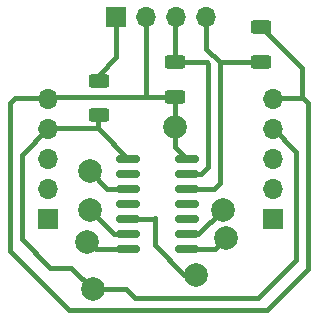
<source format=gbr>
%TF.GenerationSoftware,KiCad,Pcbnew,8.0.3*%
%TF.CreationDate,2024-10-12T13:36:13-04:00*%
%TF.ProjectId,puzzle-piece-pcb,70757a7a-6c65-42d7-9069-6563652d7063,rev?*%
%TF.SameCoordinates,Original*%
%TF.FileFunction,Copper,L2,Bot*%
%TF.FilePolarity,Positive*%
%FSLAX46Y46*%
G04 Gerber Fmt 4.6, Leading zero omitted, Abs format (unit mm)*
G04 Created by KiCad (PCBNEW 8.0.3) date 2024-10-12 13:36:13*
%MOMM*%
%LPD*%
G01*
G04 APERTURE LIST*
G04 Aperture macros list*
%AMRoundRect*
0 Rectangle with rounded corners*
0 $1 Rounding radius*
0 $2 $3 $4 $5 $6 $7 $8 $9 X,Y pos of 4 corners*
0 Add a 4 corners polygon primitive as box body*
4,1,4,$2,$3,$4,$5,$6,$7,$8,$9,$2,$3,0*
0 Add four circle primitives for the rounded corners*
1,1,$1+$1,$2,$3*
1,1,$1+$1,$4,$5*
1,1,$1+$1,$6,$7*
1,1,$1+$1,$8,$9*
0 Add four rect primitives between the rounded corners*
20,1,$1+$1,$2,$3,$4,$5,0*
20,1,$1+$1,$4,$5,$6,$7,0*
20,1,$1+$1,$6,$7,$8,$9,0*
20,1,$1+$1,$8,$9,$2,$3,0*%
G04 Aperture macros list end*
%TA.AperFunction,ComponentPad*%
%ADD10R,1.700000X1.700000*%
%TD*%
%TA.AperFunction,ComponentPad*%
%ADD11O,1.700000X1.700000*%
%TD*%
%TA.AperFunction,SMDPad,CuDef*%
%ADD12RoundRect,0.150000X0.825000X0.150000X-0.825000X0.150000X-0.825000X-0.150000X0.825000X-0.150000X0*%
%TD*%
%TA.AperFunction,SMDPad,CuDef*%
%ADD13RoundRect,0.250000X-0.625000X0.312500X-0.625000X-0.312500X0.625000X-0.312500X0.625000X0.312500X0*%
%TD*%
%TA.AperFunction,SMDPad,CuDef*%
%ADD14RoundRect,0.250000X0.625000X-0.312500X0.625000X0.312500X-0.625000X0.312500X-0.625000X-0.312500X0*%
%TD*%
%TA.AperFunction,ViaPad*%
%ADD15C,2.000000*%
%TD*%
%TA.AperFunction,Conductor*%
%ADD16C,0.396748*%
%TD*%
G04 APERTURE END LIST*
D10*
%TO.P,J1,1,Pin_1*%
%TO.N,OLED_GND *%
X159950000Y-90725000D03*
D11*
%TO.P,J1,2,Pin_2*%
%TO.N,+3.3V*%
X162490000Y-90725000D03*
%TO.P,J1,3,Pin_3*%
%TO.N,S_SCL*%
X165030000Y-90725000D03*
%TO.P,J1,4,Pin_4*%
%TO.N,S_SDA*%
X167570000Y-90725000D03*
%TD*%
D12*
%TO.P,U1,1,VCC*%
%TO.N,+3.3V*%
X165975000Y-102690000D03*
%TO.P,U1,2,PA4*%
%TO.N,S_SCL*%
X165975000Y-103960000D03*
%TO.P,U1,3,PA5*%
%TO.N,S_SDA*%
X165975000Y-105230000D03*
%TO.P,U1,4,PA6*%
%TO.N,unconnected-(U1-PA6-Pad4)*%
X165975000Y-106500000D03*
%TO.P,U1,5,PA7*%
%TO.N,unconnected-(U1-PA7-Pad5)*%
X165975000Y-107770000D03*
%TO.P,U1,6,PB3*%
%TO.N,RX*%
X165975000Y-109040000D03*
%TO.P,U1,7,PB2*%
%TO.N,TX*%
X165975000Y-110310000D03*
%TO.P,U1,8,PB1*%
%TO.N,H_SDA*%
X161025000Y-110310000D03*
%TO.P,U1,9,PB0*%
%TO.N,H_SCL*%
X161025000Y-109040000D03*
%TO.P,U1,10,~{RESET}/PA0*%
%TO.N,UPDI*%
X161025000Y-107770000D03*
%TO.P,U1,11,PA1*%
%TO.N,unconnected-(U1-PA1-Pad11)*%
X161025000Y-106500000D03*
%TO.P,U1,12,PA2*%
%TO.N,ANALOG*%
X161025000Y-105230000D03*
%TO.P,U1,13,PA3*%
%TO.N,unconnected-(U1-PA3-Pad13)*%
X161025000Y-103960000D03*
%TO.P,U1,14,GND*%
%TO.N,OLED_GND *%
X161025000Y-102690000D03*
%TD*%
D13*
%TO.P,R1,1*%
%TO.N,OLED_GND *%
X158500000Y-96075000D03*
%TO.P,R1,2*%
X158500000Y-99000000D03*
%TD*%
D14*
%TO.P,R_10K2,1*%
%TO.N,S_SDA*%
X172250000Y-94462500D03*
%TO.P,R_10K2,2*%
%TO.N,+3.3V*%
X172250000Y-91537500D03*
%TD*%
D10*
%TO.P,J3,1,Pin_1*%
%TO.N,UPDI*%
X173250000Y-107825000D03*
D11*
%TO.P,J3,2,Pin_2*%
%TO.N,TX*%
X173250000Y-105285000D03*
%TO.P,J3,3,Pin_3*%
%TO.N,RX*%
X173250000Y-102745000D03*
%TO.P,J3,4,Pin_4*%
%TO.N,OLED_GND *%
X173250000Y-100205000D03*
%TO.P,J3,5,Pin_5*%
%TO.N,+3.3V*%
X173250000Y-97665000D03*
%TD*%
D13*
%TO.P,R_10K1,1*%
%TO.N,S_SCL*%
X165000000Y-94537500D03*
%TO.P,R_10K1,2*%
%TO.N,+3.3V*%
X165000000Y-97462500D03*
%TD*%
D10*
%TO.P,J2,1,Pin_1*%
%TO.N,H_SDA*%
X154250000Y-107825000D03*
D11*
%TO.P,J2,2,Pin_2*%
%TO.N,H_SCL*%
X154250000Y-105285000D03*
%TO.P,J2,3,Pin_3*%
%TO.N,ANALOG*%
X154250000Y-102745000D03*
%TO.P,J2,4,Pin_4*%
%TO.N,OLED_GND *%
X154250000Y-100205000D03*
%TO.P,J2,5,Pin_5*%
%TO.N,+3.3V*%
X154250000Y-97665000D03*
%TD*%
D15*
%TO.N,+3.3V*%
X165000000Y-100000000D03*
%TO.N,ANALOG*%
X157750000Y-103750000D03*
%TO.N,H_SDA*%
X157500000Y-109750000D03*
%TO.N,H_SCL*%
X157750000Y-107000000D03*
%TO.N,TX*%
X169265743Y-109391684D03*
%TO.N,RX*%
X169000000Y-107000000D03*
%TO.N,UPDI*%
X166750000Y-112500000D03*
%TO.N,OLED_GND *%
X158000000Y-113750000D03*
%TD*%
D16*
%TO.N,S_SCL*%
X167651678Y-94537500D02*
X165000000Y-94537500D01*
X165975000Y-103960000D02*
X167199999Y-103960000D01*
X167199999Y-103960000D02*
X167750000Y-103409999D01*
X167750000Y-103409999D02*
X167750000Y-94635822D01*
X167750000Y-94635822D02*
X167651678Y-94537500D01*
X165000000Y-90830000D02*
X165080000Y-90750000D01*
X165000000Y-94537500D02*
X165000000Y-90830000D01*
%TO.N,S_SDA*%
X167620000Y-93370000D02*
X168750000Y-94500000D01*
X168750000Y-104750000D02*
X168250000Y-105250000D01*
X168230000Y-105230000D02*
X165975000Y-105230000D01*
X168250000Y-105250000D02*
X168230000Y-105230000D01*
X172250000Y-94462500D02*
X168787500Y-94462500D01*
X168787500Y-94462500D02*
X168750000Y-94500000D01*
X168750000Y-94500000D02*
X168750000Y-104750000D01*
X167620000Y-90750000D02*
X167620000Y-93370000D01*
%TO.N,+3.3V*%
X165975000Y-102690000D02*
X165000000Y-101715000D01*
X175750000Y-97500000D02*
X176250000Y-98000000D01*
X162500000Y-97462500D02*
X161000000Y-97462500D01*
X172750000Y-115500000D02*
X156000000Y-115500000D01*
X151410000Y-97590000D02*
X154250000Y-97590000D01*
X165000000Y-101715000D02*
X165000000Y-100000000D01*
X151000000Y-110500000D02*
X151000000Y-98000000D01*
X165000000Y-97462500D02*
X162500000Y-97462500D01*
X165000000Y-97462500D02*
X165000000Y-100000000D01*
X175660000Y-97590000D02*
X173250000Y-97590000D01*
X151000000Y-98000000D02*
X151410000Y-97590000D01*
X156000000Y-115500000D02*
X151000000Y-110500000D01*
X162540000Y-97422500D02*
X162500000Y-97462500D01*
X176250000Y-112000000D02*
X172750000Y-115500000D01*
X175750000Y-97500000D02*
X175660000Y-97590000D01*
X154377500Y-97462500D02*
X154250000Y-97590000D01*
X176250000Y-98000000D02*
X176250000Y-112000000D01*
X162540000Y-90750000D02*
X162540000Y-97422500D01*
X162537500Y-90752500D02*
X162540000Y-90750000D01*
X161000000Y-97462500D02*
X154377500Y-97462500D01*
X175750000Y-95037500D02*
X175750000Y-97500000D01*
X172250000Y-91537500D02*
X175750000Y-95037500D01*
%TO.N,ANALOG*%
X161025000Y-105230000D02*
X159230000Y-105230000D01*
X159230000Y-105230000D02*
X157750000Y-103750000D01*
%TO.N,H_SDA*%
X158310000Y-110310000D02*
X161025000Y-110310000D01*
%TO.N,H_SCL*%
X159790000Y-109040000D02*
X157750000Y-107000000D01*
X159790000Y-109040000D02*
X161025000Y-109040000D01*
%TO.N,TX*%
X169265743Y-109391684D02*
X168347427Y-110310000D01*
X168347427Y-110310000D02*
X165975000Y-110310000D01*
%TO.N,RX*%
X166960000Y-109040000D02*
X169000000Y-107000000D01*
X166250000Y-109000000D02*
X166210000Y-109040000D01*
X165975000Y-109040000D02*
X166960000Y-109040000D01*
%TO.N,UPDI*%
X163230000Y-107770000D02*
X163250000Y-107750000D01*
X161025000Y-107770000D02*
X163230000Y-107770000D01*
X165750000Y-112500000D02*
X166750000Y-112500000D01*
X163250000Y-107750000D02*
X163250000Y-110000000D01*
X163250000Y-110000000D02*
X165750000Y-112500000D01*
%TO.N,OLED_GND *%
X158500000Y-95575000D02*
X160000000Y-94075000D01*
X158000000Y-113750000D02*
X156164774Y-111914774D01*
X158465000Y-100130000D02*
X158465000Y-99035000D01*
X154250000Y-100130000D02*
X158465000Y-100130000D01*
X175250000Y-111250000D02*
X175250000Y-102130000D01*
X152000000Y-102380000D02*
X154250000Y-100130000D01*
X175250000Y-102130000D02*
X173250000Y-100130000D01*
X160838494Y-113750000D02*
X161588494Y-114500000D01*
X158465000Y-99035000D02*
X158500000Y-99000000D01*
X172000000Y-114500000D02*
X175250000Y-111250000D01*
X158000000Y-113750000D02*
X160838494Y-113750000D01*
X158465000Y-100130000D02*
X158500000Y-100165000D01*
X152000000Y-109500000D02*
X152000000Y-102380000D01*
X156164774Y-111914774D02*
X154414774Y-111914774D01*
X161588494Y-114500000D02*
X172000000Y-114500000D01*
X158500000Y-100165000D02*
X161025000Y-102690000D01*
X160000000Y-94075000D02*
X160000000Y-90750000D01*
X154414774Y-111914774D02*
X152000000Y-109500000D01*
%TD*%
M02*

</source>
